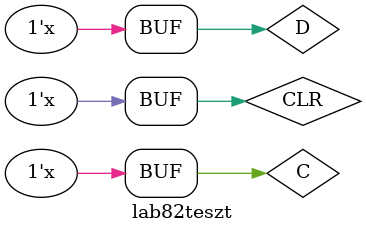
<source format=v>
`timescale 1ns / 1ps


module lab82teszt;

	// Inputs
	reg C;
	reg D;
	reg CLR;

	// Outputs
	wire Q;

	// Instantiate the Unit Under Test (UUT)
	lab82 uut (
		.C(C), 
		.D(D), 
		.CLR(CLR), 
		.Q(Q)
	);

	initial begin
		// Initialize Inputs
		C = 0;
		D = 0;
		CLR = 0;

		// Wait 100 ns for global reset to finish
		#100;
        
		// Add stimulus here
		#100;

	end
	always #100
		D <= ~ D;
	always #75
		CLR <= ~ CLR;
	always #50
		C <= ~ C;
      
endmodule


</source>
